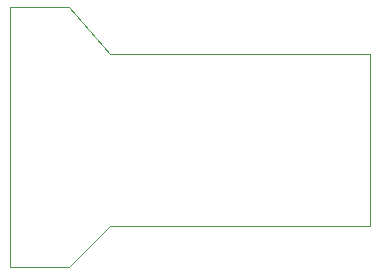
<source format=gbr>
%TF.GenerationSoftware,KiCad,Pcbnew,5.99.0-1.20210520gite8102d8.fc34*%
%TF.CreationDate,2021-05-24T16:10:22-07:00*%
%TF.ProjectId,ST_to_MEGA,53545f74-6f5f-44d4-9547-412e6b696361,rev?*%
%TF.SameCoordinates,Original*%
%TF.FileFunction,Profile,NP*%
%FSLAX46Y46*%
G04 Gerber Fmt 4.6, Leading zero omitted, Abs format (unit mm)*
G04 Created by KiCad (PCBNEW 5.99.0-1.20210520gite8102d8.fc34) date 2021-05-24 16:10:22*
%MOMM*%
%LPD*%
G01*
G04 APERTURE LIST*
%TA.AperFunction,Profile*%
%ADD10C,0.100000*%
%TD*%
G04 APERTURE END LIST*
D10*
X137000000Y-81500000D02*
X133500000Y-77500000D01*
X137000000Y-96000000D02*
X133500000Y-99500000D01*
X159000000Y-81500000D02*
X159000000Y-96000000D01*
X128500000Y-99500000D02*
X128500000Y-77500000D01*
X133500000Y-99500000D02*
X128500000Y-99500000D01*
X159000000Y-96000000D02*
X137000000Y-96000000D01*
X137000000Y-81500000D02*
X159000000Y-81500000D01*
X128500000Y-77500000D02*
X133500000Y-77500000D01*
M02*

</source>
